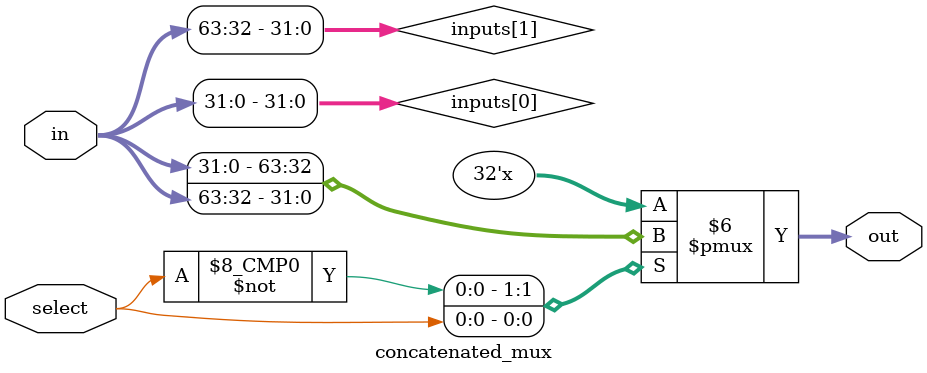
<source format=v>

`include "defines.v"


module concatenated_mux
	#(parameter WIDTH = 32,
	parameter NUM_INPUTS = 2,
	parameter ASCENDING_INDEX = 0)
	(input [WIDTH * NUM_INPUTS - 1:0] in,
	input [$clog2(NUM_INPUTS) - 1:0] select,
	output [WIDTH - 1:0] out);

	wire[WIDTH - 1:0] inputs[NUM_INPUTS - 1:0];

	genvar in_index;
	
	generate
		for (in_index = 0; in_index < NUM_INPUTS; in_index = in_index + 1)
		begin : update
			assign inputs[in_index] = in[in_index * WIDTH+:WIDTH];
		end
		
		if (ASCENDING_INDEX)
			assign out = inputs[(NUM_INPUTS - 1) - select];
		else
			assign out = inputs[select];
	endgenerate
endmodule

</source>
